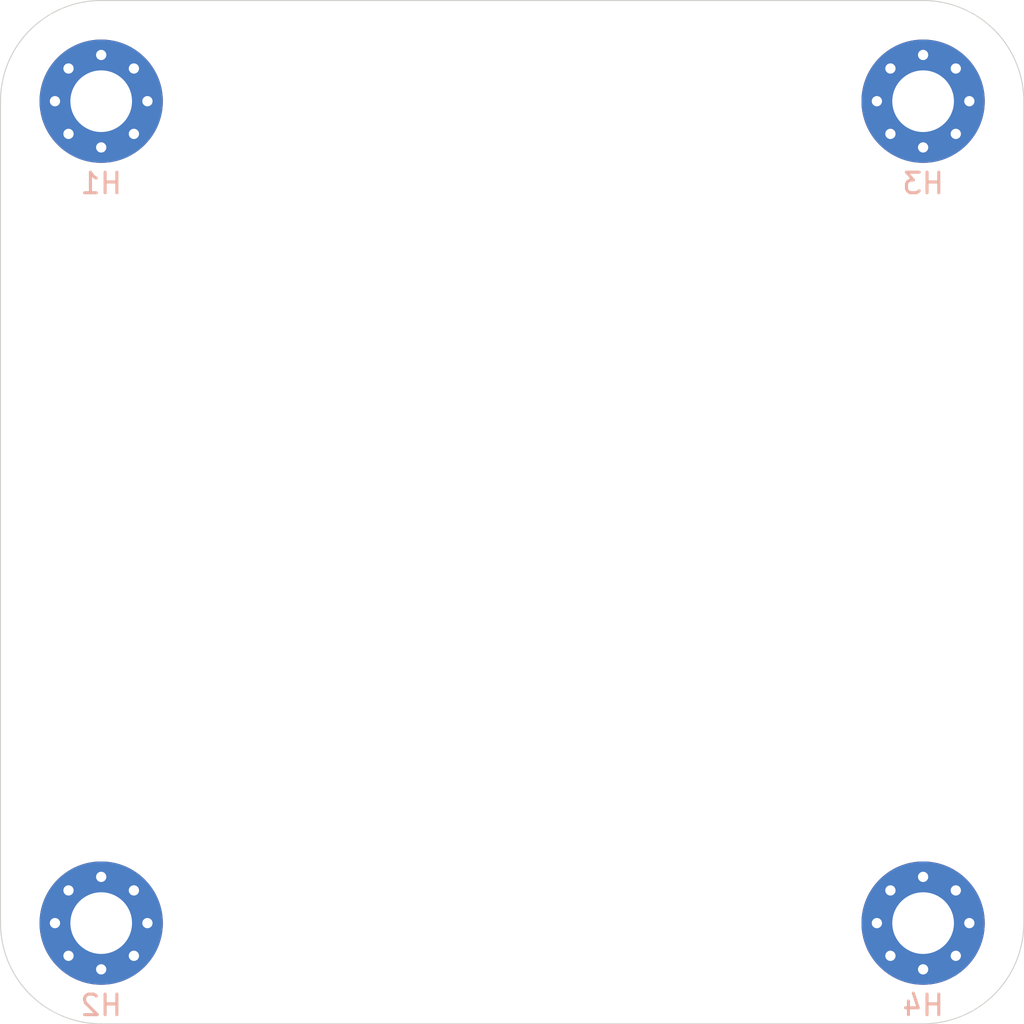
<source format=kicad_pcb>
(kicad_pcb (version 20171130) (host pcbnew 5.1.5+dfsg1-2build2)

  (general
    (thickness 1.6)
    (drawings 8)
    (tracks 0)
    (zones 0)
    (modules 4)
    (nets 2)
  )

  (page A4)
  (layers
    (0 F.Cu signal)
    (31 B.Cu signal)
    (32 B.Adhes user)
    (33 F.Adhes user)
    (34 B.Paste user)
    (35 F.Paste user)
    (36 B.SilkS user)
    (37 F.SilkS user)
    (38 B.Mask user)
    (39 F.Mask user)
    (40 Dwgs.User user)
    (41 Cmts.User user)
    (42 Eco1.User user)
    (43 Eco2.User user)
    (44 Edge.Cuts user)
    (45 Margin user)
    (46 B.CrtYd user)
    (47 F.CrtYd user)
    (48 B.Fab user hide)
    (49 F.Fab user hide)
  )

  (setup
    (last_trace_width 0.25)
    (trace_clearance 0.2)
    (zone_clearance 0.508)
    (zone_45_only no)
    (trace_min 0.2)
    (via_size 0.8)
    (via_drill 0.4)
    (via_min_size 0.4)
    (via_min_drill 0.3)
    (uvia_size 0.3)
    (uvia_drill 0.1)
    (uvias_allowed no)
    (uvia_min_size 0.2)
    (uvia_min_drill 0.1)
    (edge_width 0.05)
    (segment_width 0.2)
    (pcb_text_width 0.3)
    (pcb_text_size 1.5 1.5)
    (mod_edge_width 0.12)
    (mod_text_size 1 1)
    (mod_text_width 0.15)
    (pad_size 1.524 1.524)
    (pad_drill 0.762)
    (pad_to_mask_clearance 0.051)
    (solder_mask_min_width 0.25)
    (aux_axis_origin 0 0)
    (visible_elements FFFFFF7F)
    (pcbplotparams
      (layerselection 0x010fc_ffffffff)
      (usegerberextensions false)
      (usegerberattributes false)
      (usegerberadvancedattributes false)
      (creategerberjobfile false)
      (excludeedgelayer true)
      (linewidth 0.100000)
      (plotframeref false)
      (viasonmask false)
      (mode 1)
      (useauxorigin false)
      (hpglpennumber 1)
      (hpglpenspeed 20)
      (hpglpendiameter 15.000000)
      (psnegative false)
      (psa4output false)
      (plotreference true)
      (plotvalue true)
      (plotinvisibletext false)
      (padsonsilk false)
      (subtractmaskfromsilk false)
      (outputformat 1)
      (mirror false)
      (drillshape 1)
      (scaleselection 1)
      (outputdirectory ""))
  )

  (net 0 "")
  (net 1 GND)

  (net_class Default "This is the default net class."
    (clearance 0.2)
    (trace_width 0.25)
    (via_dia 0.8)
    (via_drill 0.4)
    (uvia_dia 0.3)
    (uvia_drill 0.1)
    (add_net GND)
  )

  (module MountingHole:MountingHole_3mm_Pad_Via (layer B.Cu) (tedit 56DDBED4) (tstamp 6089E04D)
    (at 95 95)
    (descr "Mounting Hole 3mm")
    (tags "mounting hole 3mm")
    (path /608994FD)
    (attr virtual)
    (fp_text reference H4 (at 0 4) (layer B.SilkS)
      (effects (font (size 1 1) (thickness 0.15)) (justify mirror))
    )
    (fp_text value M3 (at 0 -4) (layer B.Fab)
      (effects (font (size 1 1) (thickness 0.15)) (justify mirror))
    )
    (fp_circle (center 0 0) (end 3.25 0) (layer B.CrtYd) (width 0.05))
    (fp_circle (center 0 0) (end 3 0) (layer Cmts.User) (width 0.15))
    (fp_text user %R (at 0.3 0) (layer B.Fab)
      (effects (font (size 1 1) (thickness 0.15)) (justify mirror))
    )
    (pad 1 thru_hole circle (at 1.59099 1.59099) (size 0.8 0.8) (drill 0.5) (layers *.Cu *.Mask)
      (net 1 GND))
    (pad 1 thru_hole circle (at 0 2.25) (size 0.8 0.8) (drill 0.5) (layers *.Cu *.Mask)
      (net 1 GND))
    (pad 1 thru_hole circle (at -1.59099 1.59099) (size 0.8 0.8) (drill 0.5) (layers *.Cu *.Mask)
      (net 1 GND))
    (pad 1 thru_hole circle (at -2.25 0) (size 0.8 0.8) (drill 0.5) (layers *.Cu *.Mask)
      (net 1 GND))
    (pad 1 thru_hole circle (at -1.59099 -1.59099) (size 0.8 0.8) (drill 0.5) (layers *.Cu *.Mask)
      (net 1 GND))
    (pad 1 thru_hole circle (at 0 -2.25) (size 0.8 0.8) (drill 0.5) (layers *.Cu *.Mask)
      (net 1 GND))
    (pad 1 thru_hole circle (at 1.59099 -1.59099) (size 0.8 0.8) (drill 0.5) (layers *.Cu *.Mask)
      (net 1 GND))
    (pad 1 thru_hole circle (at 2.25 0) (size 0.8 0.8) (drill 0.5) (layers *.Cu *.Mask)
      (net 1 GND))
    (pad 1 thru_hole circle (at 0 0) (size 6 6) (drill 3) (layers *.Cu *.Mask)
      (net 1 GND))
    (model /home/janhenrik/kiCAD/stepfiles/M3_F_TO_F_20MM_STANDOFF.STEP
      (offset (xyz 0 0 10))
      (scale (xyz 1 1 1))
      (rotate (xyz 0 0 0))
    )
  )

  (module MountingHole:MountingHole_3mm_Pad_Via (layer B.Cu) (tedit 56DDBED4) (tstamp 6089E03D)
    (at 95 55)
    (descr "Mounting Hole 3mm")
    (tags "mounting hole 3mm")
    (path /60899265)
    (attr virtual)
    (fp_text reference H3 (at 0 4) (layer B.SilkS)
      (effects (font (size 1 1) (thickness 0.15)) (justify mirror))
    )
    (fp_text value M3 (at 0 -4) (layer B.Fab)
      (effects (font (size 1 1) (thickness 0.15)) (justify mirror))
    )
    (fp_circle (center 0 0) (end 3.25 0) (layer B.CrtYd) (width 0.05))
    (fp_circle (center 0 0) (end 3 0) (layer Cmts.User) (width 0.15))
    (fp_text user %R (at 0.3 0) (layer B.Fab)
      (effects (font (size 1 1) (thickness 0.15)) (justify mirror))
    )
    (pad 1 thru_hole circle (at 1.59099 1.59099) (size 0.8 0.8) (drill 0.5) (layers *.Cu *.Mask)
      (net 1 GND))
    (pad 1 thru_hole circle (at 0 2.25) (size 0.8 0.8) (drill 0.5) (layers *.Cu *.Mask)
      (net 1 GND))
    (pad 1 thru_hole circle (at -1.59099 1.59099) (size 0.8 0.8) (drill 0.5) (layers *.Cu *.Mask)
      (net 1 GND))
    (pad 1 thru_hole circle (at -2.25 0) (size 0.8 0.8) (drill 0.5) (layers *.Cu *.Mask)
      (net 1 GND))
    (pad 1 thru_hole circle (at -1.59099 -1.59099) (size 0.8 0.8) (drill 0.5) (layers *.Cu *.Mask)
      (net 1 GND))
    (pad 1 thru_hole circle (at 0 -2.25) (size 0.8 0.8) (drill 0.5) (layers *.Cu *.Mask)
      (net 1 GND))
    (pad 1 thru_hole circle (at 1.59099 -1.59099) (size 0.8 0.8) (drill 0.5) (layers *.Cu *.Mask)
      (net 1 GND))
    (pad 1 thru_hole circle (at 2.25 0) (size 0.8 0.8) (drill 0.5) (layers *.Cu *.Mask)
      (net 1 GND))
    (pad 1 thru_hole circle (at 0 0) (size 6 6) (drill 3) (layers *.Cu *.Mask)
      (net 1 GND))
    (model /home/janhenrik/kiCAD/stepfiles/M3_F_TO_F_20MM_STANDOFF.STEP
      (offset (xyz 0 0 10))
      (scale (xyz 1 1 1))
      (rotate (xyz 0 0 0))
    )
  )

  (module MountingHole:MountingHole_3mm_Pad_Via (layer B.Cu) (tedit 56DDBED4) (tstamp 6089E02D)
    (at 55 95)
    (descr "Mounting Hole 3mm")
    (tags "mounting hole 3mm")
    (path /60898FE5)
    (attr virtual)
    (fp_text reference H2 (at 0 4) (layer B.SilkS)
      (effects (font (size 1 1) (thickness 0.15)) (justify mirror))
    )
    (fp_text value M3 (at 0 -4) (layer B.Fab)
      (effects (font (size 1 1) (thickness 0.15)) (justify mirror))
    )
    (fp_circle (center 0 0) (end 3.25 0) (layer B.CrtYd) (width 0.05))
    (fp_circle (center 0 0) (end 3 0) (layer Cmts.User) (width 0.15))
    (fp_text user %R (at 0.3 0) (layer B.Fab)
      (effects (font (size 1 1) (thickness 0.15)) (justify mirror))
    )
    (pad 1 thru_hole circle (at 1.59099 1.59099) (size 0.8 0.8) (drill 0.5) (layers *.Cu *.Mask)
      (net 1 GND))
    (pad 1 thru_hole circle (at 0 2.25) (size 0.8 0.8) (drill 0.5) (layers *.Cu *.Mask)
      (net 1 GND))
    (pad 1 thru_hole circle (at -1.59099 1.59099) (size 0.8 0.8) (drill 0.5) (layers *.Cu *.Mask)
      (net 1 GND))
    (pad 1 thru_hole circle (at -2.25 0) (size 0.8 0.8) (drill 0.5) (layers *.Cu *.Mask)
      (net 1 GND))
    (pad 1 thru_hole circle (at -1.59099 -1.59099) (size 0.8 0.8) (drill 0.5) (layers *.Cu *.Mask)
      (net 1 GND))
    (pad 1 thru_hole circle (at 0 -2.25) (size 0.8 0.8) (drill 0.5) (layers *.Cu *.Mask)
      (net 1 GND))
    (pad 1 thru_hole circle (at 1.59099 -1.59099) (size 0.8 0.8) (drill 0.5) (layers *.Cu *.Mask)
      (net 1 GND))
    (pad 1 thru_hole circle (at 2.25 0) (size 0.8 0.8) (drill 0.5) (layers *.Cu *.Mask)
      (net 1 GND))
    (pad 1 thru_hole circle (at 0 0) (size 6 6) (drill 3) (layers *.Cu *.Mask)
      (net 1 GND))
    (model /home/janhenrik/kiCAD/stepfiles/M3_F_TO_F_20MM_STANDOFF.STEP
      (offset (xyz 0 0 10))
      (scale (xyz 1 1 1))
      (rotate (xyz 0 0 0))
    )
  )

  (module MountingHole:MountingHole_3mm_Pad_Via (layer B.Cu) (tedit 56DDBED4) (tstamp 6089E01D)
    (at 55 55)
    (descr "Mounting Hole 3mm")
    (tags "mounting hole 3mm")
    (path /608989A1)
    (attr virtual)
    (fp_text reference H1 (at 0 4) (layer B.SilkS)
      (effects (font (size 1 1) (thickness 0.15)) (justify mirror))
    )
    (fp_text value M3 (at 0 -4) (layer B.Fab)
      (effects (font (size 1 1) (thickness 0.15)) (justify mirror))
    )
    (fp_circle (center 0 0) (end 3.25 0) (layer B.CrtYd) (width 0.05))
    (fp_circle (center 0 0) (end 3 0) (layer Cmts.User) (width 0.15))
    (fp_text user %R (at 0.3 0) (layer B.Fab)
      (effects (font (size 1 1) (thickness 0.15)) (justify mirror))
    )
    (pad 1 thru_hole circle (at 1.59099 1.59099) (size 0.8 0.8) (drill 0.5) (layers *.Cu *.Mask)
      (net 1 GND))
    (pad 1 thru_hole circle (at 0 2.25) (size 0.8 0.8) (drill 0.5) (layers *.Cu *.Mask)
      (net 1 GND))
    (pad 1 thru_hole circle (at -1.59099 1.59099) (size 0.8 0.8) (drill 0.5) (layers *.Cu *.Mask)
      (net 1 GND))
    (pad 1 thru_hole circle (at -2.25 0) (size 0.8 0.8) (drill 0.5) (layers *.Cu *.Mask)
      (net 1 GND))
    (pad 1 thru_hole circle (at -1.59099 -1.59099) (size 0.8 0.8) (drill 0.5) (layers *.Cu *.Mask)
      (net 1 GND))
    (pad 1 thru_hole circle (at 0 -2.25) (size 0.8 0.8) (drill 0.5) (layers *.Cu *.Mask)
      (net 1 GND))
    (pad 1 thru_hole circle (at 1.59099 -1.59099) (size 0.8 0.8) (drill 0.5) (layers *.Cu *.Mask)
      (net 1 GND))
    (pad 1 thru_hole circle (at 2.25 0) (size 0.8 0.8) (drill 0.5) (layers *.Cu *.Mask)
      (net 1 GND))
    (pad 1 thru_hole circle (at 0 0) (size 6 6) (drill 3) (layers *.Cu *.Mask)
      (net 1 GND))
    (model /home/janhenrik/kiCAD/stepfiles/M3_F_TO_F_20MM_STANDOFF.STEP
      (offset (xyz 0 0 10))
      (scale (xyz 1 1 1))
      (rotate (xyz 0 0 0))
    )
  )

  (gr_line (start 99.9 55) (end 99.9 95) (layer Edge.Cuts) (width 0.05) (tstamp 6089E13D))
  (gr_arc (start 95 55) (end 99.9 55) (angle -90) (layer Edge.Cuts) (width 0.05) (tstamp 6089E13C))
  (gr_line (start 95 99.9) (end 55 99.9) (layer Edge.Cuts) (width 0.05) (tstamp 6089E13D))
  (gr_arc (start 95 95) (end 95 99.9) (angle -90) (layer Edge.Cuts) (width 0.05) (tstamp 6089E13C))
  (gr_line (start 50.1 95) (end 50.1 55) (layer Edge.Cuts) (width 0.05) (tstamp 6089E13D))
  (gr_arc (start 55 95) (end 50.1 95) (angle -90) (layer Edge.Cuts) (width 0.05) (tstamp 6089E13C))
  (gr_arc (start 55 55) (end 55 50.1) (angle -90) (layer Edge.Cuts) (width 0.05))
  (gr_line (start 55 50.1) (end 95 50.1) (layer Edge.Cuts) (width 0.05))

)

</source>
